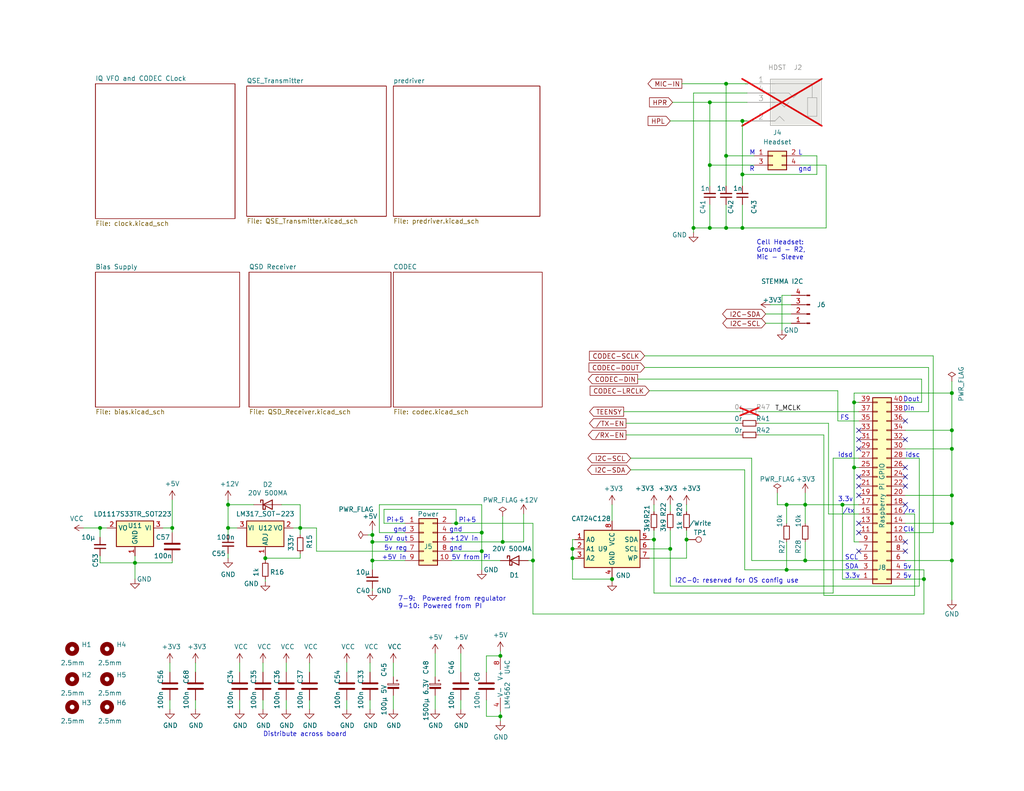
<source format=kicad_sch>
(kicad_sch (version 20230121) (generator eeschema)
  (paper "USLetter")
  (title_block (title "HF IQ Transceiver PiggyBack for Pi (not a hat)") (date "2024-01-21") (rev "2.0-1") (company "AE0GL: Mario P. Vano") (comment 1 "Sheet 1: Power Supplies, Headset and GPIO") (comment 2 "Preliminary Version 2"))
  (junction (at 131.445 150.495))
  (junction (at 36.83 153.67))
  (junction (at 219.71 153.035))
  (junction (at 81.915 144.145))
  (junction (at 233.045 127.635))
  (junction (at 202.565 62.23))
  (junction (at 193.675 27.94))
  (junction (at 198.12 62.23))
  (junction (at 259.715 122.555))
  (junction (at 252.095 158.115))
  (junction (at 145.415 153.035))
  (junction (at 156.21 149.86))
  (junction (at 202.565 47.625))
  (junction (at 101.6 146.05))
  (junction (at 156.21 152.4))
  (junction (at 198.12 42.545))
  (junction (at 202.565 33.02))
  (junction (at 189.23 62.23))
  (junction (at 187.325 147.32))
  (junction (at 131.445 145.415))
  (junction (at 182.88 149.86))
  (junction (at 219.71 137.795))
  (junction (at 193.675 62.23))
  (junction (at 137.16 147.955))
  (junction (at 167.005 158.115))
  (junction (at 62.23 137.795))
  (junction (at 27.305 144.145))
  (junction (at 198.12 22.86))
  (junction (at 229.87 137.795))
  (junction (at 233.045 109.855))
  (junction (at 101.6 147.955))
  (junction (at 259.715 135.255))
  (junction (at 193.675 45.085))
  (junction (at 136.525 195.58))
  (junction (at 136.525 179.07))
  (junction (at 124.46 142.875))
  (junction (at 62.23 144.145))
  (junction (at 214.63 137.795))
  (junction (at 259.715 117.475))
  (junction (at 259.715 107.315))
  (junction (at 101.6 153.035))
  (junction (at 46.99 144.145))
  (junction (at 178.435 147.32))
  (junction (at 259.715 153.035))
  (junction (at 214.63 155.575))
  (junction (at 72.39 152.4))
  (junction (at 259.715 142.875))
  (no_connect (at 234.315 120.015))
  (no_connect (at 234.315 142.875))
  (no_connect (at 234.315 145.415))
  (no_connect (at 247.015 150.495))
  (no_connect (at 234.315 122.555))
  (no_connect (at 247.015 127.635))
  (no_connect (at 247.015 147.955))
  (no_connect (at 234.315 132.715))
  (no_connect (at 247.015 130.175))
  (no_connect (at 247.015 120.015))
  (no_connect (at 234.315 130.175))
  (no_connect (at 247.015 137.795))
  (no_connect (at 234.315 150.495))
  (no_connect (at 247.015 114.935))
  (no_connect (at 234.315 135.255))
  (no_connect (at 247.015 132.715))
  (no_connect (at 234.315 117.475))
  (wire (pts (xy 205.105 153.035) (xy 219.71 153.035)))
  (wire (pts (xy 202.565 55.88) (xy 202.565 62.23)))
  (wire (pts (xy 65.405 180.975) (xy 65.405 183.515)))
  (wire (pts (xy 110.49 145.415) (xy 103.505 145.415)))
  (wire (pts (xy 219.71 153.035) (xy 234.315 153.035)))
  (wire (pts (xy 101.6 144.78) (xy 101.6 146.05)))
  (wire (pts (xy 259.715 117.475) (xy 259.715 122.555)))
  (wire (pts (xy 222.885 47.625) (xy 202.565 47.625)))
  (wire (pts (xy 175.895 97.155) (xy 254.635 97.155)))
  (wire (pts (xy 65.405 191.135) (xy 65.405 193.675)))
  (wire (pts (xy 214.63 155.575) (xy 234.315 155.575)))
  (wire (pts (xy 104.775 139.065) (xy 124.46 139.065)))
  (wire (pts (xy 193.675 62.23) (xy 198.12 62.23)))
  (wire (pts (xy 177.165 147.32) (xy 178.435 147.32)))
  (wire (pts (xy 228.6 114.935) (xy 234.315 114.935)))
  (wire (pts (xy 173.99 103.505) (xy 251.46 103.505)))
  (wire (pts (xy 252.095 158.115) (xy 252.095 167.64)))
  (wire (pts (xy 228.6 106.68) (xy 228.6 114.935)))
  (wire (pts (xy 72.39 153.035) (xy 72.39 152.4)))
  (wire (pts (xy 86.36 144.145) (xy 86.36 150.495)))
  (wire (pts (xy 247.015 125.095) (xy 250.825 125.095)))
  (wire (pts (xy 136.525 195.58) (xy 136.525 194.31)))
  (wire (pts (xy 132.715 179.07) (xy 136.525 179.07)))
  (wire (pts (xy 224.79 118.745) (xy 207.01 118.745)))
  (wire (pts (xy 156.21 152.4) (xy 156.845 152.4)))
  (wire (pts (xy 229.87 158.115) (xy 229.87 137.795)))
  (wire (pts (xy 100.965 180.975) (xy 100.965 183.515)))
  (wire (pts (xy 189.23 62.23) (xy 193.675 62.23)))
  (wire (pts (xy 137.16 147.955) (xy 142.875 147.955)))
  (wire (pts (xy 229.87 158.115) (xy 234.315 158.115)))
  (wire (pts (xy 198.12 22.86) (xy 203.835 22.86)))
  (wire (pts (xy 227.33 125.095) (xy 227.33 161.925)))
  (wire (pts (xy 101.6 147.955) (xy 101.6 146.05)))
  (wire (pts (xy 210.185 83.185) (xy 215.9 83.185)))
  (wire (pts (xy 62.23 152.4) (xy 62.23 151.13)))
  (wire (pts (xy 172.085 125.095) (xy 205.105 125.095)))
  (wire (pts (xy 219.71 147.955) (xy 219.71 153.035)))
  (wire (pts (xy 225.425 62.23) (xy 225.425 45.085)))
  (wire (pts (xy 62.23 136.525) (xy 62.23 137.795)))
  (wire (pts (xy 177.165 149.86) (xy 182.88 149.86)))
  (wire (pts (xy 233.045 127.635) (xy 233.045 109.855)))
  (wire (pts (xy 78.105 191.135) (xy 78.105 193.675)))
  (wire (pts (xy 182.88 160.02) (xy 182.88 149.86)))
  (wire (pts (xy 27.305 144.145) (xy 27.305 146.685)))
  (wire (pts (xy 69.215 137.795) (xy 62.23 137.795)))
  (wire (pts (xy 222.885 42.545) (xy 218.44 42.545)))
  (wire (pts (xy 177.165 106.68) (xy 228.6 106.68)))
  (wire (pts (xy 250.825 125.095) (xy 250.825 160.02)))
  (wire (pts (xy 80.01 144.145) (xy 81.915 144.145)))
  (wire (pts (xy 124.46 142.875) (xy 145.415 142.875)))
  (wire (pts (xy 182.88 149.86) (xy 182.88 144.78)))
  (wire (pts (xy 214.63 147.955) (xy 214.63 155.575)))
  (wire (pts (xy 118.745 178.435) (xy 118.745 184.785)))
  (wire (pts (xy 259.715 153.035) (xy 259.715 163.83)))
  (wire (pts (xy 107.315 180.975) (xy 107.315 184.785)))
  (wire (pts (xy 202.565 33.02) (xy 202.565 47.625)))
  (wire (pts (xy 229.87 137.795) (xy 234.315 137.795)))
  (wire (pts (xy 208.915 85.725) (xy 215.9 85.725)))
  (wire (pts (xy 205.105 125.095) (xy 205.105 153.035)))
  (wire (pts (xy 218.44 45.085) (xy 225.425 45.085)))
  (wire (pts (xy 76.835 137.795) (xy 81.915 137.795)))
  (wire (pts (xy 124.46 142.875) (xy 123.19 142.875)))
  (wire (pts (xy 187.325 144.78) (xy 187.325 147.32)))
  (wire (pts (xy 84.455 191.135) (xy 84.455 193.675)))
  (wire (pts (xy 234.315 147.955) (xy 233.045 147.955)))
  (wire (pts (xy 124.46 139.065) (xy 124.46 142.875)))
  (wire (pts (xy 259.715 107.315) (xy 259.715 117.475)))
  (wire (pts (xy 251.46 109.855) (xy 247.015 109.855)))
  (wire (pts (xy 81.915 151.13) (xy 81.915 152.4)))
  (wire (pts (xy 215.9 80.645) (xy 213.36 80.645)))
  (wire (pts (xy 247.015 122.555) (xy 259.715 122.555)))
  (wire (pts (xy 131.445 145.415) (xy 131.445 150.495)))
  (wire (pts (xy 22.86 144.145) (xy 27.305 144.145)))
  (wire (pts (xy 72.39 152.4) (xy 72.39 151.765)))
  (wire (pts (xy 193.675 45.085) (xy 193.675 50.8)))
  (wire (pts (xy 249.555 140.335) (xy 247.015 140.335)))
  (wire (pts (xy 187.325 152.4) (xy 187.325 147.32)))
  (wire (pts (xy 142.875 147.955) (xy 142.875 140.335)))
  (wire (pts (xy 227.33 161.925) (xy 178.435 161.925)))
  (wire (pts (xy 170.815 118.745) (xy 201.93 118.745)))
  (wire (pts (xy 132.715 191.135) (xy 132.715 195.58)))
  (wire (pts (xy 132.715 183.515) (xy 132.715 179.07)))
  (wire (pts (xy 252.095 158.115) (xy 247.015 158.115)))
  (wire (pts (xy 193.675 55.88) (xy 193.675 62.23)))
  (wire (pts (xy 145.415 142.875) (xy 145.415 153.035)))
  (wire (pts (xy 46.99 153.035) (xy 46.99 153.67)))
  (wire (pts (xy 167.005 158.115) (xy 167.005 158.75)))
  (wire (pts (xy 224.79 118.745) (xy 224.79 162.56)))
  (wire (pts (xy 250.825 160.02) (xy 182.88 160.02)))
  (wire (pts (xy 86.36 150.495) (xy 110.49 150.495)))
  (wire (pts (xy 107.315 189.865) (xy 107.315 193.675)))
  (wire (pts (xy 53.34 191.135) (xy 53.34 193.675)))
  (wire (pts (xy 202.565 62.23) (xy 225.425 62.23)))
  (wire (pts (xy 103.505 145.415) (xy 103.505 137.795)))
  (wire (pts (xy 259.715 135.255) (xy 259.715 142.875)))
  (wire (pts (xy 187.325 137.795) (xy 187.325 139.7)))
  (wire (pts (xy 247.015 117.475) (xy 259.715 117.475)))
  (wire (pts (xy 202.565 47.625) (xy 202.565 50.8)))
  (wire (pts (xy 247.015 155.575) (xy 252.095 155.575)))
  (wire (pts (xy 189.23 62.23) (xy 189.23 63.5)))
  (wire (pts (xy 137.16 147.955) (xy 137.16 140.97)))
  (wire (pts (xy 259.715 153.035) (xy 247.015 153.035)))
  (wire (pts (xy 198.12 55.88) (xy 198.12 62.23)))
  (wire (pts (xy 208.915 88.265) (xy 215.9 88.265)))
  (wire (pts (xy 156.21 152.4) (xy 156.21 158.115)))
  (wire (pts (xy 213.36 80.645) (xy 213.36 90.17)))
  (wire (pts (xy 131.445 150.495) (xy 131.445 155.575)))
  (wire (pts (xy 170.815 115.57) (xy 201.93 115.57)))
  (wire (pts (xy 233.045 109.855) (xy 233.045 107.315)))
  (wire (pts (xy 224.79 162.56) (xy 249.555 162.56)))
  (wire (pts (xy 247.015 142.875) (xy 259.715 142.875)))
  (wire (pts (xy 46.355 191.135) (xy 46.355 193.675)))
  (wire (pts (xy 156.845 147.32) (xy 156.21 147.32)))
  (wire (pts (xy 193.675 27.94) (xy 203.835 27.94)))
  (wire (pts (xy 156.21 158.115) (xy 167.005 158.115)))
  (wire (pts (xy 247.015 112.395) (xy 253.365 112.395)))
  (wire (pts (xy 100.965 191.135) (xy 100.965 193.675)))
  (wire (pts (xy 183.515 27.94) (xy 193.675 27.94)))
  (wire (pts (xy 214.63 137.795) (xy 212.09 137.795)))
  (wire (pts (xy 136.525 177.8) (xy 136.525 179.07)))
  (wire (pts (xy 103.505 137.795) (xy 131.445 137.795)))
  (wire (pts (xy 202.565 33.02) (xy 203.835 33.02)))
  (wire (pts (xy 71.755 180.975) (xy 71.755 183.515)))
  (wire (pts (xy 252.095 167.64) (xy 145.415 167.64)))
  (wire (pts (xy 219.71 134.62) (xy 219.71 137.795)))
  (wire (pts (xy 182.88 139.7) (xy 182.88 137.795)))
  (wire (pts (xy 247.015 145.415) (xy 254.635 145.415)))
  (wire (pts (xy 64.77 144.145) (xy 62.23 144.145)))
  (wire (pts (xy 62.23 146.05) (xy 62.23 144.145)))
  (wire (pts (xy 125.73 191.135) (xy 125.73 193.675)))
  (wire (pts (xy 214.63 137.795) (xy 219.71 137.795)))
  (wire (pts (xy 137.16 147.955) (xy 123.19 147.955)))
  (wire (pts (xy 101.6 147.955) (xy 110.49 147.955)))
  (wire (pts (xy 233.045 107.315) (xy 259.715 107.315)))
  (wire (pts (xy 94.615 191.135) (xy 94.615 193.675)))
  (wire (pts (xy 198.12 42.545) (xy 205.74 42.545)))
  (wire (pts (xy 234.315 127.635) (xy 233.045 127.635)))
  (wire (pts (xy 27.305 151.765) (xy 27.305 153.67)))
  (wire (pts (xy 234.315 125.095) (xy 227.33 125.095)))
  (wire (pts (xy 46.99 145.415) (xy 46.99 144.145)))
  (wire (pts (xy 182.88 33.02) (xy 202.565 33.02)))
  (wire (pts (xy 46.99 153.67) (xy 36.83 153.67)))
  (wire (pts (xy 62.23 137.795) (xy 62.23 144.145)))
  (wire (pts (xy 46.99 144.145) (xy 46.99 136.525)))
  (wire (pts (xy 193.675 27.94) (xy 193.675 45.085)))
  (wire (pts (xy 53.34 180.975) (xy 53.34 183.515)))
  (wire (pts (xy 249.555 162.56) (xy 249.555 140.335)))
  (wire (pts (xy 123.19 145.415) (xy 131.445 145.415)))
  (wire (pts (xy 170.18 112.395) (xy 201.93 112.395)))
  (wire (pts (xy 145.415 167.64) (xy 145.415 153.035)))
  (wire (pts (xy 233.045 147.955) (xy 233.045 127.635)))
  (wire (pts (xy 251.46 103.505) (xy 251.46 109.855)))
  (wire (pts (xy 84.455 180.975) (xy 84.455 183.515)))
  (wire (pts (xy 94.615 180.975) (xy 94.615 183.515)))
  (wire (pts (xy 259.715 142.875) (xy 259.715 153.035)))
  (wire (pts (xy 186.055 22.86) (xy 198.12 22.86)))
  (wire (pts (xy 203.2 128.27) (xy 203.2 155.575)))
  (wire (pts (xy 207.01 115.57) (xy 226.06 115.57)))
  (wire (pts (xy 110.49 142.875) (xy 104.775 142.875)))
  (wire (pts (xy 222.885 42.545) (xy 222.885 47.625)))
  (wire (pts (xy 156.21 147.32) (xy 156.21 149.86)))
  (wire (pts (xy 156.21 149.86) (xy 156.21 152.4)))
  (wire (pts (xy 131.445 137.795) (xy 131.445 145.415)))
  (wire (pts (xy 72.39 158.75) (xy 72.39 158.115)))
  (wire (pts (xy 198.12 22.86) (xy 198.12 42.545)))
  (wire (pts (xy 207.01 112.395) (xy 234.315 112.395)))
  (wire (pts (xy 27.305 144.145) (xy 29.21 144.145)))
  (wire (pts (xy 226.06 115.57) (xy 226.06 140.335)))
  (wire (pts (xy 175.895 100.33) (xy 253.365 100.33)))
  (wire (pts (xy 71.755 191.135) (xy 71.755 193.675)))
  (wire (pts (xy 172.085 128.27) (xy 203.2 128.27)))
  (wire (pts (xy 167.005 142.24) (xy 167.005 137.795)))
  (wire (pts (xy 189.23 25.4) (xy 189.23 62.23)))
  (wire (pts (xy 36.83 158.115) (xy 36.83 153.67)))
  (wire (pts (xy 203.2 155.575) (xy 214.63 155.575)))
  (wire (pts (xy 81.915 137.795) (xy 81.915 144.145)))
  (wire (pts (xy 86.36 144.145) (xy 81.915 144.145)))
  (wire (pts (xy 118.745 189.865) (xy 118.745 193.675)))
  (wire (pts (xy 214.63 137.795) (xy 214.63 142.875)))
  (wire (pts (xy 101.6 146.05) (xy 100.33 146.05)))
  (wire (pts (xy 189.23 25.4) (xy 203.835 25.4)))
  (wire (pts (xy 44.45 144.145) (xy 46.99 144.145)))
  (wire (pts (xy 101.6 155.575) (xy 101.6 153.035)))
  (wire (pts (xy 259.715 122.555) (xy 259.715 135.255)))
  (wire (pts (xy 27.305 153.67) (xy 36.83 153.67)))
  (wire (pts (xy 104.775 142.875) (xy 104.775 139.065)))
  (wire (pts (xy 81.915 144.145) (xy 81.915 146.05)))
  (wire (pts (xy 101.6 153.035) (xy 101.6 147.955)))
  (wire (pts (xy 78.105 180.975) (xy 78.105 183.515)))
  (wire (pts (xy 247.015 135.255) (xy 259.715 135.255)))
  (wire (pts (xy 234.315 140.335) (xy 226.06 140.335)))
  (wire (pts (xy 254.635 97.155) (xy 254.635 145.415)))
  (wire (pts (xy 81.915 152.4) (xy 72.39 152.4)))
  (wire (pts (xy 156.845 149.86) (xy 156.21 149.86)))
  (wire (pts (xy 219.71 142.875) (xy 219.71 137.795)))
  (wire (pts (xy 212.09 134.62) (xy 212.09 137.795)))
  (wire (pts (xy 144.145 153.035) (xy 145.415 153.035)))
  (wire (pts (xy 136.525 195.58) (xy 136.525 196.85)))
  (wire (pts (xy 36.83 151.765) (xy 36.83 153.67)))
  (wire (pts (xy 202.565 62.23) (xy 198.12 62.23)))
  (wire (pts (xy 253.365 100.33) (xy 253.365 112.395)))
  (wire (pts (xy 125.73 178.435) (xy 125.73 183.515)))
  (wire (pts (xy 178.435 147.32) (xy 178.435 161.925)))
  (wire (pts (xy 178.435 139.7) (xy 178.435 137.795)))
  (wire (pts (xy 123.19 153.035) (xy 136.525 153.035)))
  (wire (pts (xy 193.675 45.085) (xy 205.74 45.085)))
  (wire (pts (xy 167.005 157.48) (xy 167.005 158.115)))
  (wire (pts (xy 178.435 147.32) (xy 178.435 144.78)))
  (wire (pts (xy 46.355 180.975) (xy 46.355 183.515)))
  (wire (pts (xy 132.715 195.58) (xy 136.525 195.58)))
  (wire (pts (xy 234.315 109.855) (xy 233.045 109.855)))
  (wire (pts (xy 101.6 153.035) (xy 110.49 153.035)))
  (wire (pts (xy 259.715 104.14) (xy 259.715 107.315)))
  (wire (pts (xy 252.095 155.575) (xy 252.095 158.115)))
  (wire (pts (xy 101.6 161.29) (xy 101.6 160.655)))
  (wire (pts (xy 198.12 42.545) (xy 198.12 50.8)))
  (wire (pts (xy 219.71 137.795) (xy 229.87 137.795)))
  (wire (pts (xy 177.165 152.4) (xy 187.325 152.4)))
  (wire (pts (xy 123.19 150.495) (xy 131.445 150.495)))
  (text "L" (at 217.805 42.545 0) (effects (font (size 1.27 1.27)) (justify left bottom)))
  (text "SCL" (at 230.505 153.035 0) (effects (font (size 1.27 1.27)) (justify left bottom)))
  (text "5V out" (at 104.775 147.955 0) (effects (font (size 1.27 1.27)) (justify left bottom)))
  (text "gnd" (at 122.555 145.415 0) (effects (font (size 1.27 1.27)) (justify left bottom)))
  (text "SDA" (at 230.505 155.575 0) (effects (font (size 1.27 1.27)) (justify left bottom)))
  (text "Dout" (at 246.38 109.855 0) (effects (font (size 1.27 1.27)) (justify left bottom)))
  (text "idsd" (at 228.6 125.095 0) (effects (font (size 1.27 1.27)) (justify left bottom)))
  (text "3.3v" (at 230.505 158.115 0) (effects (font (size 1.27 1.27)) (justify left bottom)))
  (text "gnd" (at 122.555 150.495 0) (effects (font (size 1.27 1.27)) (justify left bottom)))
  (text "Pi+5" (at 125.095 142.875 0) (effects (font (size 1.27 1.27)) (justify left bottom)))
  (text "I2C-0: reserved for OS config use" (at 184.15 159.385 0) (effects (font (size 1.27 1.27)) (justify left bottom)))
  (text "/tx" (at 229.87 140.335 0) (effects (font (size 1.27 1.27)) (justify left bottom)))
  (text "Cell Headset:\nGround - R2,\nMic - Sleeve\n" (at 206.375 71.12 0) (effects (font (size 1.27 1.27)) (justify left bottom)))
  (text "gnd" (at 217.805 46.99 0) (effects (font (size 1.27 1.27)) (justify left bottom)))
  (text "Pi+5" (at 105.41 142.875 0) (effects (font (size 1.27 1.27)) (justify left bottom)))
  (text "Distribute across board\n" (at 71.755 201.295 0) (effects (font (size 1.27 1.27)) (justify left bottom)))
  (text "5v" (at 246.38 155.575 0) (effects (font (size 1.27 1.27)) (justify left bottom)))
  (text "+5V in" (at 104.14 153.035 0) (effects (font (size 1.27 1.27)) (justify left bottom)))
  (text "idsc" (at 247.015 125.095 0) (effects (font (size 1.27 1.27)) (justify left bottom)))
  (text "FS" (at 229.235 114.935 0) (effects (font (size 1.27 1.27)) (justify left bottom)))
  (text "Din" (at 246.38 112.395 0) (effects (font (size 1.27 1.27)) (justify left bottom)))
  (text "/rx" (at 246.38 140.335 0) (effects (font (size 1.27 1.27)) (justify left bottom)))
  (text "Clk" (at 246.38 145.415 0) (effects (font (size 1.27 1.27)) (justify left bottom)))
  (text "5v" (at 246.38 158.115 0) (effects (font (size 1.27 1.27)) (justify left bottom)))
  (text "3.3v" (at 228.6 137.16 0) (effects (font (size 1.27 1.27)) (justify left bottom)))
  (text "5v reg\n" (at 104.775 150.495 0) (effects (font (size 1.27 1.27)) (justify left bottom)))
  (text "7-9:  Powered from regulator\n9-10: Powered from PI\n" (at 108.585 166.37 0) (effects (font (size 1.27 1.27)) (justify left bottom)))
  (text "5V from Pi" (at 123.19 153.035 0) (effects (font (size 1.27 1.27)) (justify left bottom)))
  (text "+12V in" (at 122.555 147.955 0) (effects (font (size 1.27 1.27)) (justify left bottom)))
  (text "gnd" (at 107.315 145.415 0) (effects (font (size 1.27 1.27)) (justify left bottom)))
  (text "M" (at 204.47 42.545 0) (effects (font (size 1.27 1.27)) (justify left bottom)))
  (text "R" (at 204.47 46.99 0) (effects (font (size 1.27 1.27)) (justify left bottom)))
  (label "T_MCLK" (at 211.455 112.395 0))
  (global_label "CODEC-SCLK" (shape input) (at 175.895 97.155 180) (property "Intersheetrefs" "${INTERSHEET_REFS}" (effects hide)))
  (global_label "{slash}RX-EN" (shape output) (at 170.815 118.745 180) (property "Intersheetrefs" "${INTERSHEET_REFS}" (effects hide)))
  (global_label "HPL" (shape input) (at 182.88 33.02 180) (property "Intersheetrefs" "${INTERSHEET_REFS}" (effects hide)))
  (global_label "I2C-SCL" (shape bidirectional) (at 172.085 125.095 180) (property "Intersheetrefs" "${INTERSHEET_REFS}" (effects hide)))
  (global_label "I2C-SDA" (shape bidirectional) (at 172.085 128.27 180) (property "Intersheetrefs" "${INTERSHEET_REFS}" (effects hide)))
  (global_label "CODEC-DIN" (shape output) (at 173.99 103.505 180) (property "Intersheetrefs" "${INTERSHEET_REFS}" (effects hide)))
  (global_label "{slash}TX-EN" (shape output) (at 170.815 115.57 180) (property "Intersheetrefs" "${INTERSHEET_REFS}" (effects hide)))
  (global_label "I2C-SCL" (shape bidirectional) (at 208.915 88.265 180) (property "Intersheetrefs" "${INTERSHEET_REFS}" (effects hide)))
  (global_label "TEENSY" (shape output) (at 170.18 112.395 180) (property "Intersheetrefs" "${INTERSHEET_REFS}" (effects hide)))
  (global_label "CODEC-DOUT" (shape input) (at 175.895 100.33 180) (property "Intersheetrefs" "${INTERSHEET_REFS}" (effects hide)))
  (global_label "MIC-IN" (shape output) (at 186.055 22.86 180) (property "Intersheetrefs" "${INTERSHEET_REFS}" (effects hide)))
  (global_label "HPR" (shape input) (at 183.515 27.94 180) (property "Intersheetrefs" "${INTERSHEET_REFS}" (effects hide)))
  (global_label "CODEC-LRCLK" (shape input) (at 177.165 106.68 180) (property "Intersheetrefs" "${INTERSHEET_REFS}" (effects hide)))
  (global_label "I2C-SDA" (shape bidirectional) (at 208.915 85.725 180) (property "Intersheetrefs" "${INTERSHEET_REFS}" (effects hide)))
  (symbol (lib_id "Device:C") (at 132.715 187.325 0) (mirror y) (unit 1)
    (property "Reference" "C8" (at 130.175 184.785 90))
    (property "Value" "100n" (at 130.175 191.135 90))
    (property "Footprint" "Capacitor_SMD:C_0603_1608Metric" (effects hide))
    (property "DigiKey Part Number" "1276-1033-1-ND" (effects hide))
    (property "Manufacturer_Part_Number" "CL10B104JB8NNNC" (effects hide))
    (property "Description" "0.1 µF ±5% 50V Ceramic Capacitor X7R 0603 (1608 Metric)" (effects hide))
    (property "Manufacturer_Name" "Samsung Electro-Mechanics" (effects hide))
  )
  (symbol (lib_id "Connector_Generic:Conn_02x20_Odd_Even") (at 239.395 135.255 0) (mirror x) (unit 1) (in_bom no)
    (property "Reference" "J8" (at 239.395 154.94 0) (effects (justify left)))
    (property "Value" "Raspberry Pi GPIO" (at 240.665 126.365 90) (effects (justify left)))
    (property "Footprint" "Connector_PinSocket_2.54mm:PinSocket_2x20_P2.54mm_Vertical" (effects hide))
  )
  (symbol (lib_id "power:GND") (at 136.525 196.85 0) (unit 1)
    (property "Reference" "#PWR013" (effects hide))
    (property "Value" "GND" (at 136.652 201.2442 0))
  )
  (symbol (lib_id "Mechanical:MountingHole") (at 19.685 193.04 0) (unit 1) (in_bom no)
    (property "Reference" "H3" (at 22.225 191.8716 0) (effects (justify left)))
    (property "Value" "2.5mm" (at 16.51 196.85 0) (effects (justify left)))
    (property "Footprint" "MPV-2024:MountingHole_2.7mm_M2.5_KA" (effects hide))
  )
  (symbol (lib_id "Mechanical:MountingHole") (at 19.685 177.165 0) (unit 1) (in_bom no)
    (property "Reference" "H1" (at 22.225 175.9966 0) (effects (justify left)))
    (property "Value" "2.5mm" (at 16.51 180.975 0) (effects (justify left)))
    (property "Footprint" "MPV-2024:MountingHole_2.7mm_M2.5_KA" (effects hide))
  )
  (symbol (lib_id "Mechanical:MountingHole") (at 19.685 185.42 0) (unit 1) (in_bom no)
    (property "Reference" "H2" (at 22.225 184.2516 0) (effects (justify left)))
    (property "Value" "2.5mm" (at 16.51 189.23 0) (effects (justify left)))
    (property "Footprint" "MPV-2024:MountingHole_2.7mm_M2.5_KA" (effects hide))
  )
  (symbol (lib_id "Mechanical:MountingHole") (at 29.21 177.165 0) (unit 1) (in_bom no)
    (property "Reference" "H4" (at 31.75 175.9966 0) (effects (justify left)))
    (property "Value" "2.5mm" (at 26.67 180.975 0) (effects (justify left)))
    (property "Footprint" "MPV-2024:MountingHole_2.7mm_M2.5_KA" (effects hide))
  )
  (symbol (lib_id "power:PWR_FLAG") (at 259.715 104.14 0) (unit 1)
    (property "Reference" "#FLG0101" (effects hide))
    (property "Value" "PWR_FLAG" (at 262.255 104.8258 90))
  )
  (symbol (lib_id "Device:C") (at 100.965 187.325 0) (mirror y) (unit 1)
    (property "Reference" "C33" (at 98.425 184.785 90))
    (property "Value" "100n" (at 98.425 191.135 90))
    (property "Footprint" "Capacitor_SMD:C_0603_1608Metric" (effects hide))
    (property "DigiKey Part Number" "1276-1033-1-ND" (effects hide))
    (property "Manufacturer_Part_Number" "CL10B104JB8NNNC" (effects hide))
    (property "Description" "0.1 µF ±5% 50V Ceramic Capacitor X7R 0603 (1608 Metric)" (effects hide))
    (property "Manufacturer_Name" "Samsung Electro-Mechanics" (effects hide))
  )
  (symbol (lib_id "power:GND") (at 100.965 193.675 0) (unit 1)
    (property "Reference" "#PWR035" (effects hide))
    (property "Value" "GND" (at 101.092 198.0692 0))
  )
  (symbol (lib_id "power:PWR_FLAG") (at 212.09 134.62 0) (unit 1)
    (property "Reference" "#FLG0102" (effects hide))
    (property "Value" "PWR_FLAG" (at 212.09 130.81 0))
  )
  (symbol (lib_id "Device:C_Small") (at 193.675 53.34 0) (mirror x) (unit 1)
    (property "Reference" "C41" (at 191.77 56.515 90))
    (property "Value" "1n" (at 192.405 51.435 0))
    (property "Footprint" "Capacitor_SMD:C_0603_1608Metric" (effects hide))
    (property "DigiKey Part Number" "1276-1091-1-ND" (effects hide))
    (property "Manufacturer_Part_Number" "CL10C102JB8NNNC" (effects hide))
    (property "Description" "CAP CER 1000PF 50V C0G/NP0 0603" (effects hide))
    (property "Manufacturer_Name" "Samsung Electro-Mechanics" (effects hide))
  )
  (symbol (lib_id "Device:C_Small") (at 198.12 53.34 0) (mirror x) (unit 1)
    (property "Reference" "C42" (at 199.39 56.515 90))
    (property "Value" "1n" (at 196.85 51.435 0))
    (property "Footprint" "Capacitor_SMD:C_0603_1608Metric" (effects hide))
    (property "DigiKey Part Number" "1276-1091-1-ND" (effects hide))
    (property "Manufacturer_Part_Number" "CL10C102JB8NNNC" (effects hide))
    (property "Description" "CAP CER 1000PF 50V C0G/NP0 0603" (effects hide))
    (property "Manufacturer_Name" "Samsung Electro-Mechanics" (effects hide))
  )
  (symbol (lib_id "Device:C_Small") (at 202.565 53.34 0) (mirror x) (unit 1)
    (property "Reference" "C43" (at 205.74 56.515 90))
    (property "Value" "1n" (at 201.295 51.435 0))
    (property "Footprint" "Capacitor_SMD:C_0603_1608Metric" (effects hide))
    (property "DigiKey Part Number" "1276-1091-1-ND" (effects hide))
    (property "Manufacturer_Part_Number" "CL10C102JB8NNNC" (effects hide))
    (property "Description" "CAP CER 1000PF 50V C0G/NP0 0603" (effects hide))
    (property "Manufacturer_Name" "Samsung Electro-Mechanics" (effects hide))
  )
  (symbol (lib_id "power:GND") (at 189.23 63.5 0) (unit 1)
    (property "Reference" "#PWR032" (effects hide))
    (property "Value" "GND" (at 185.42 64.135 0))
  )
  (symbol (lib_id "power:PWR_FLAG") (at 100.33 146.05 90) (unit 1)
    (property "Reference" "#FLG0104" (effects hide))
    (property "Value" "PWR_FLAG" (at 97.155 139.065 90))
  )
  (symbol (lib_id "Device:C") (at 65.405 187.325 0) (mirror y) (unit 1)
    (property "Reference" "C34" (at 62.865 184.785 90))
    (property "Value" "100n" (at 62.865 191.135 90))
    (property "Footprint" "Capacitor_SMD:C_0603_1608Metric" (effects hide))
    (property "DigiKey Part Number" "1276-1033-1-ND" (effects hide))
    (property "Manufacturer_Part_Number" "CL10B104JB8NNNC" (effects hide))
    (property "Description" "0.1 µF ±5% 50V Ceramic Capacitor X7R 0603 (1608 Metric)" (effects hide))
    (property "Manufacturer_Name" "Samsung Electro-Mechanics" (effects hide))
  )
  (symbol (lib_id "power:GND") (at 65.405 193.675 0) (unit 1)
    (property "Reference" "#PWR037" (effects hide))
    (property "Value" "GND" (at 65.532 198.0692 0))
  )
  (symbol (lib_id "Device:C") (at 71.755 187.325 0) (mirror y) (unit 1)
    (property "Reference" "C35" (at 69.215 184.785 90))
    (property "Value" "100n" (at 69.215 191.135 90))
    (property "Footprint" "Capacitor_SMD:C_0603_1608Metric" (effects hide))
    (property "DigiKey Part Number" "1276-1033-1-ND" (effects hide))
    (property "Manufacturer_Part_Number" "CL10B104JB8NNNC" (effects hide))
    (property "Description" "0.1 µF ±5% 50V Ceramic Capacitor X7R 0603 (1608 Metric)" (effects hide))
    (property "Manufacturer_Name" "Samsung Electro-Mechanics" (effects hide))
  )
  (symbol (lib_id "power:GND") (at 71.755 193.675 0) (unit 1)
    (property "Reference" "#PWR039" (effects hide))
    (property "Value" "GND" (at 71.882 198.0692 0))
  )
  (symbol (lib_id "Device:C") (at 78.105 187.325 0) (mirror y) (unit 1)
    (property "Reference" "C36" (at 75.565 184.785 90))
    (property "Value" "100n" (at 75.565 191.135 90))
    (property "Footprint" "Capacitor_SMD:C_0603_1608Metric" (effects hide))
    (property "DigiKey Part Number" "1276-1033-1-ND" (effects hide))
    (property "Manufacturer_Part_Number" "CL10B104JB8NNNC" (effects hide))
    (property "Description" "0.1 µF ±5% 50V Ceramic Capacitor X7R 0603 (1608 Metric)" (effects hide))
    (property "Manufacturer_Name" "Samsung Electro-Mechanics" (effects hide))
  )
  (symbol (lib_id "power:GND") (at 78.105 193.675 0) (unit 1)
    (property "Reference" "#PWR041" (effects hide))
    (property "Value" "GND" (at 78.232 198.0692 0))
  )
  (symbol (lib_id "Device:C") (at 84.455 187.325 0) (mirror y) (unit 1)
    (property "Reference" "C37" (at 81.915 184.785 90))
    (property "Value" "100n" (at 81.915 191.135 90))
    (property "Footprint" "Capacitor_SMD:C_0603_1608Metric" (effects hide))
    (property "DigiKey Part Number" "1276-1033-1-ND" (effects hide))
    (property "Manufacturer_Part_Number" "CL10B104JB8NNNC" (effects hide))
    (property "Description" "0.1 µF ±5% 50V Ceramic Capacitor X7R 0603 (1608 Metric)" (effects hide))
    (property "Manufacturer_Name" "Samsung Electro-Mechanics" (effects hide))
  )
  (symbol (lib_id "power:GND") (at 84.455 193.675 0) (unit 1)
    (property "Reference" "#PWR043" (effects hide))
    (property "Value" "GND" (at 84.582 198.0692 0))
  )
  (symbol (lib_id "power:GND") (at 46.355 193.675 0) (unit 1)
    (property "Reference" "#PWR027" (effects hide))
    (property "Value" "GND" (at 46.482 198.0692 0))
  )
  (symbol (lib_id "Device:C") (at 46.355 187.325 0) (mirror y) (unit 1)
    (property "Reference" "C56" (at 43.815 184.785 90))
    (property "Value" "100n" (at 43.815 191.135 90))
    (property "Footprint" "Capacitor_SMD:C_0603_1608Metric" (effects hide))
    (property "DigiKey Part Number" "1276-1033-1-ND" (effects hide))
    (property "Manufacturer_Part_Number" "CL10B104JB8NNNC" (effects hide))
    (property "Description" "0.1 µF ±5% 50V Ceramic Capacitor X7R 0603 (1608 Metric)" (effects hide))
    (property "Manufacturer_Name" "Samsung Electro-Mechanics" (effects hide))
  )
  (symbol (lib_id "Regulator_Linear:LD1117S33TR_SOT223") (at 36.83 144.145 0) (mirror y) (unit 1)
    (property "Reference" "U11" (at 36.83 143.51 0))
    (property "Value" "LD1117S33TR_SOT223" (at 36.195 140.335 0))
    (property "Footprint" "Package_TO_SOT_SMD:SOT-223-3_TabPin2" (effects hide))
    (property "Datasheet" "http://www.st.com/st-web-ui/static/active/en/resource/technical/document/datasheet/CD00000544.pdf" (effects hide))
    (property "DigiKey Part Number" "497-1242-1-ND" (effects hide))
    (property "Description" "IC REG LINEAR 3.3V 800MA SOT223" (effects hide))
    (property "Manufacturer_Name" "STMicroelectronics" (effects hide))
    (property "Manufacturer_Part_Number" "LD1117S33TR" (effects hide))
  )
  (symbol (lib_id "power:GND") (at 259.715 163.83 0) (unit 1)
    (property "Reference" "#PWR031" (effects hide))
    (property "Value" "GND" (at 259.715 167.64 0))
  )
  (symbol (lib_id "Device:R_Small") (at 214.63 145.415 0) (mirror x) (unit 1)
    (property "Reference" "R27" (at 213.36 147.32 90) (effects (justify left)))
    (property "Value" "10k" (at 212.725 140.335 90) (effects (justify left)))
    (property "Footprint" "Resistor_SMD:R_0603_1608Metric" (effects hide))
    (property "DigiKey Part Number" "RMCF0603FT10K0CT-ND" (effects hide))
    (property "Description" "RES 10K OHM 1% 1/10W 0603" (effects hide))
    (property "Manufacturer_Part_Number" "RMCF0603FT10K0" (effects hide))
    (property "Manufacturer_Name" "Stackpole Electronics Inc" (effects hide))
  )
  (symbol (lib_id "Device:C") (at 125.73 187.325 0) (mirror y) (unit 1)
    (property "Reference" "C46" (at 123.19 182.245 90))
    (property "Value" "100n" (at 123.19 191.135 90))
    (property "Footprint" "Capacitor_SMD:C_0603_1608Metric" (effects hide))
    (property "DigiKey Part Number" "1276-1033-1-ND" (effects hide))
    (property "Manufacturer_Part_Number" "CL10B104JB8NNNC" (effects hide))
    (property "Description" "0.1 µF ±5% 50V Ceramic Capacitor X7R 0603 (1608 Metric)" (effects hide))
    (property "Manufacturer_Name" "Samsung Electro-Mechanics" (effects hide))
  )
  (symbol (lib_id "power:GND") (at 125.73 193.675 0) (unit 1)
    (property "Reference" "#PWR054" (effects hide))
    (property "Value" "GND" (at 125.857 198.0692 0))
  )
  (symbol (lib_id "power:+5V") (at 125.73 178.435 0) (unit 1)
    (property "Reference" "#PWR052" (effects hide))
    (property "Value" "+5V" (at 125.73 173.99 0))
  )
  (symbol (lib_name "+3.3V-power_3") (lib_id "radiohead-rescue:+3.3V-power") (at 46.355 180.975 0) (unit 1)
    (property "Reference" "#PWR024" (effects hide))
    (property "Value" "+3.3V" (at 46.736 176.5808 0))
  )
  (symbol (lib_id "Device:R_Small") (at 219.71 145.415 0) (mirror x) (unit 1)
    (property "Reference" "R28" (at 217.805 147.32 90) (effects (justify left)))
    (property "Value" "10k" (at 217.805 140.335 90) (effects (justify left)))
    (property "Footprint" "Resistor_SMD:R_0603_1608Metric" (effects hide))
    (property "DigiKey Part Number" "RMCF0603FT10K0CT-ND" (effects hide))
    (property "Description" "RES 10K OHM 1% 1/10W 0603" (effects hide))
    (property "Manufacturer_Part_Number" "RMCF0603FT10K0" (effects hide))
    (property "Manufacturer_Name" "Stackpole Electronics Inc" (effects hide))
  )
  (symbol (lib_id "Memory_EEPROM:CAT24C128") (at 167.005 149.86 0) (unit 1)
    (property "Reference" "U9" (at 164.465 149.86 0))
    (property "Value" "CAT24C128" (at 161.29 141.605 0))
    (property "Footprint" "Package_SO:SOIC-8_3.9x4.9mm_P1.27mm" (effects hide))
    (property "Datasheet" "https://www.onsemi.com/pub/Collateral/CAT24C128-D.PDF" (effects hide))
    (property "DigiKey Part Number" "BR24G128FJ-3GTE2CT-ND" (effects hide))
    (property "Description" "IC EEPROM 128KBIT I2C 8SOPJ" (effects hide))
    (property "Manufacturer_Name" "Rohm Semiconductor" (effects hide))
    (property "Manufacturer_Part_Number" "BR24G128FJ-3GTE2" (effects hide))
  )
  (symbol (lib_id "Device:C_Small") (at 101.6 158.115 0) (mirror x) (unit 1)
    (property "Reference" "C40" (at 99.06 161.29 0))
    (property "Value" "10µ" (at 99.06 156.21 0))
    (property "Footprint" "Capacitor_SMD:C_0603_1608Metric" (effects hide))
    (property "DigiKey Part Number" "1276-1038-1-ND" (effects hide))
    (property "Manufacturer_Part_Number" "CL10A106KQ8NNNC" (effects hide))
    (property "Description" "10 µF ±10% 6.3V Ceramic Capacitor X5R 0603 (1608 Metric)" (effects hide))
    (property "Manufacturer_Name" "Samsung Electro-Mechanics" (effects hide))
  )
  (symbol (lib_id "power:GND") (at 167.005 158.75 0) (unit 1)
    (property "Reference" "#PWR044" (effects hide))
    (property "Value" "GND" (at 170.053 157.099 0))
  )
  (symbol (lib_id "radiohead-rescue:CP_Small-Device") (at 107.315 187.325 0) (mirror y) (unit 1)
    (property "Reference" "C45" (at 104.775 182.88 90))
    (property "Value" "100µ 5V" (at 104.775 191.135 90))
    (property "Footprint" "Capacitor_SMD:C_Elec_6.3x5.4" (effects hide))
    (property "DigiKey Part Number" "PCE4377CT-ND" (effects hide))
    (property "Description" "CAP ALUM 100UF 20% 6.3V SMD" (effects hide))
    (property "Manufacturer_Part_Number" "EEE-FK0J101AP" (effects hide))
    (property "Manufacturer_Name" "Panasonic Electronic Components" (effects hide))
  )
  (symbol (lib_id "power:GND") (at 118.745 193.675 0) (unit 1)
    (property "Reference" "#PWR053" (effects hide))
    (property "Value" "GND" (at 118.872 198.0692 0))
  )
  (symbol (lib_id "power:+5V") (at 118.745 178.435 0) (unit 1)
    (property "Reference" "#PWR051" (effects hide))
    (property "Value" "+5V" (at 118.745 173.99 0))
  )
  (symbol (lib_id "Device:R_Small") (at 187.325 142.24 0) (mirror x) (unit 1)
    (property "Reference" "R20" (at 185.42 137.16 90) (effects (justify left)))
    (property "Value" "1k" (at 185.42 142.24 90) (effects (justify left)))
    (property "Footprint" "Resistor_SMD:R_0603_1608Metric" (effects hide))
    (property "DigiKey Part Number" "RMCF0603FT1K00CT-ND" (effects hide))
    (property "Description" "RES 1K OHM 1% 1/10W 0603" (effects hide))
    (property "Manufacturer_Part_Number" "RMCF0603FT1K00" (effects hide))
    (property "Manufacturer_Name" "Stackpole Electronics Inc" (effects hide))
  )
  (symbol (lib_id "power:+5V") (at 136.525 177.8 0) (unit 1)
    (property "Reference" "#PWR04" (effects hide))
    (property "Value" "+5V" (at 136.525 173.355 0))
  )
  (symbol (lib_name "CP_Small-Device_1") (lib_id "radiohead-rescue:CP_Small-Device") (at 118.745 187.325 0) (mirror y) (unit 1)
    (property "Reference" "C48" (at 116.205 182.245 90))
    (property "Value" "1500µ 6.3V" (at 116.205 191.135 90))
    (property "Footprint" "Capacitor_SMD:C_Elec_10x10.2" (effects hide))
    (property "DigiKey Part Number" "PCE4719CT-ND" (effects hide))
    (property "Description" "CAP ALUM 1500UF 20% 6.3V SMD" (effects hide))
    (property "Manufacturer_Part_Number" "EEE-HAJ152UAP" (effects hide))
    (property "Manufacturer_Name" "Panasonic Electronic Components" (effects hide))
  )
  (symbol (lib_id "power:GND") (at 107.315 193.675 0) (unit 1)
    (property "Reference" "#PWR058" (effects hide))
    (property "Value" "GND" (at 107.442 198.0692 0))
  )
  (symbol (lib_id "Device:R_Small") (at 178.435 142.24 0) (mirror x) (unit 1)
    (property "Reference" "R21" (at 176.53 137.795 90) (effects (justify left)))
    (property "Value" "3k9" (at 176.53 141.605 90) (effects (justify left)))
    (property "Footprint" "Resistor_SMD:R_0603_1608Metric" (effects hide))
    (property "DigiKey Part Number" "RMCF0603FT3K90CT-ND" (effects hide))
    (property "Description" "RES 3.9K OHM 1% 1/10W 0603" (effects hide))
    (property "Manufacturer_Part_Number" "RMCF0603FT3K90" (effects hide))
    (property "Manufacturer_Name" "Stackpole Electronics Inc" (effects hide))
  )
  (symbol (lib_id "Device:R_Small") (at 182.88 142.24 0) (mirror x) (unit 1)
    (property "Reference" "R22" (at 180.975 137.16 90) (effects (justify left)))
    (property "Value" "3k9" (at 180.975 141.605 90) (effects (justify left)))
    (property "Footprint" "Resistor_SMD:R_0603_1608Metric" (effects hide))
    (property "DigiKey Part Number" "RMCF0603FT3K90CT-ND" (effects hide))
    (property "Description" "RES 3.9K OHM 1% 1/10W 0603" (effects hide))
    (property "Manufacturer_Part_Number" "RMCF0603FT3K90" (effects hide))
    (property "Manufacturer_Name" "Stackpole Electronics Inc" (effects hide))
  )
  (symbol (lib_id "Diode:MBR0520LT") (at 73.025 137.795 0) (unit 1)
    (property "Reference" "D2" (at 73.025 132.2832 0))
    (property "Value" "20V 500MA" (at 73.025 134.5946 0))
    (property "Footprint" "Diode_SMD:D_SOD-123" (effects hide))
    (property "Datasheet" "http://www.onsemi.com/pub_link/Collateral/MBR0520LT1-D.PDF" (effects hide))
    (property "DigiKey Part Number" "641-1326-1-ND" (effects hide))
    (property "Description" "DIODE SCHOTTKY 20V 500MA SOD123" (effects hide))
    (property "Manufacturer_Part_Number" "CDBW0520L-G" (effects hide))
    (property "Manufacturer_Name" "Comchip Technology" (effects hide))
  )
  (symbol (lib_id "Device:C") (at 46.99 149.225 0) (mirror y) (unit 1)
    (property "Reference" "C57" (at 44.45 146.685 0))
    (property "Value" "100n" (at 44.45 151.765 0))
    (property "Footprint" "Capacitor_SMD:C_0603_1608Metric" (effects hide))
    (property "DigiKey Part Number" "1276-1033-1-ND" (effects hide))
    (property "Manufacturer_Part_Number" "CL10B104JB8NNNC" (effects hide))
    (property "Description" "0.1 µF ±5% 50V Ceramic Capacitor X7R 0603 (1608 Metric)" (effects hide))
    (property "Manufacturer_Name" "Samsung Electro-Mechanics" (effects hide))
  )
  (symbol (lib_id "Amplifier_Operational:LM4562") (at 139.065 186.69 0) (unit 3)
    (property "Reference" "U4" (at 138.43 184.15 90) (effects (justify left)))
    (property "Value" "LM4562" (at 138.43 193.675 90) (effects (justify left)))
    (property "Footprint" "Package_SO:SOIC-8_3.9x4.9mm_P1.27mm" (effects hide))
    (property "Datasheet" "http://www.ti.com/lit/ds/symlink/lm4562.pdf" (effects hide))
    (property "DigiKey Part Number" "296-44416-5-ND" (effects hide))
    (property "Description" "IC AUDIO 2 CIRCUIT 8SOIC" (effects hide))
    (property "Manufacturer_Name" "Texas Instruments" (effects hide))
    (property "Manufacturer_Part_Number" "LM4562MA/NOPB" (effects hide))
  )
  (symbol (lib_id "Connector_Generic:Conn_02x05_Odd_Even") (at 115.57 147.955 0) (unit 1) (in_bom no)
    (property "Reference" "J5" (at 116.84 149.225 0))
    (property "Value" "Power" (at 116.84 140.335 0))
    (property "Footprint" "Connector_PinHeader_2.54mm:PinHeader_2x05_P2.54mm_Vertical" (effects hide))
  )
  (symbol (lib_id "power:GND") (at 131.445 155.575 0) (unit 1)
    (property "Reference" "#PWR026" (effects hide))
    (property "Value" "GND" (at 133.985 155.575 0))
  )
  (symbol (lib_id "Regulator_Linear:LM317_SOT-223") (at 72.39 144.145 0) (unit 1)
    (property "Reference" "U12" (at 72.39 144.145 0))
    (property "Value" "LM317_SOT-223" (at 72.39 140.3096 0))
    (property "Footprint" "Package_TO_SOT_SMD:SOT-223-3_TabPin2" (effects hide))
    (property "Datasheet" "http://www.ti.com/lit/ds/symlink/lm317.pdf" (effects hide))
    (property "DigiKey Part Number" "LM317MDCYR" (effects hide))
    (property "Description" "IC REG LIN POS ADJ 500MA SOT223" (effects hide))
    (property "Manufacturer_Part_Number" "296-12631-1-ND" (effects hide))
    (property "Manufacturer_Name" "Texas Instruments" (effects hide))
  )
  (symbol (lib_id "Device:R_Small") (at 72.39 155.575 0) (unit 1)
    (property "Reference" "R16" (at 73.66 156.21 0) (effects (justify left)))
    (property "Value" "1k" (at 69.85 157.48 90) (effects (justify left)))
    (property "Footprint" "Resistor_SMD:R_0603_1608Metric" (effects hide))
    (property "DigiKey Part Number" "RMCF0603FT1K00CT-ND" (effects hide))
    (property "Description" "RES 1K OHM 1% 1/10W 0603" (effects hide))
    (property "Manufacturer_Part_Number" "RMCF0603FT1K00" (effects hide))
    (property "Manufacturer_Name" "Stackpole Electronics Inc" (effects hide))
  )
  (symbol (lib_id "Device:R_Small") (at 81.915 148.59 0) (unit 1)
    (property "Reference" "R15" (at 84.455 149.86 90) (effects (justify left)))
    (property "Value" "333r" (at 79.375 150.495 90) (effects (justify left)))
    (property "Footprint" "Resistor_SMD:R_0603_1608Metric" (effects hide))
    (property "DigiKey Part Number" "RMCF0603FT332RCT-ND" (effects hide))
    (property "Description" "RES 332 OHM 1% 1/10W 0603" (effects hide))
    (property "Manufacturer_Part_Number" "RMCF0603FT332R" (effects hide))
    (property "Manufacturer_Name" "Stackpole Electronics Inc" (effects hide))
  )
  (symbol (lib_id "power:GND") (at 72.39 158.75 0) (unit 1)
    (property "Reference" "#PWR034" (effects hide))
    (property "Value" "GND" (at 68.58 159.385 0))
  )
  (symbol (lib_id "power:GND") (at 36.83 158.115 0) (unit 1)
    (property "Reference" "#PWR030" (effects hide))
    (property "Value" "GND" (at 39.37 158.115 0))
  )
  (symbol (lib_id "Device:C_Small") (at 27.305 149.225 180) (unit 1)
    (property "Reference" "C53" (at 26.035 153.035 90))
    (property "Value" "10µ" (at 24.13 146.685 0))
    (property "Footprint" "Capacitor_SMD:C_0603_1608Metric" (effects hide))
    (property "DigiKey Part Number" "1276-1038-1-ND" (effects hide))
    (property "Manufacturer_Part_Number" "CL10A106KQ8NNNC" (effects hide))
    (property "Description" "10 µF ±10% 6.3V Ceramic Capacitor X5R 0603 (1608 Metric)" (effects hide))
    (property "Manufacturer_Name" "Samsung Electro-Mechanics" (effects hide))
  )
  (symbol (lib_id "power:PWR_FLAG") (at 137.16 140.97 0) (mirror y) (unit 1)
    (property "Reference" "#FLG0105" (effects hide))
    (property "Value" "PWR_FLAG" (at 136.525 136.525 0))
  )
  (symbol (lib_id "power:+12V") (at 62.23 136.525 0) (unit 1)
    (property "Reference" "#PWR0107" (effects hide))
    (property "Value" "+12V" (at 62.611 132.1308 0))
  )
  (symbol (lib_id "power:GND") (at 101.6 161.29 0) (unit 1)
    (property "Reference" "#PWR0106" (effects hide))
    (property "Value" "GND" (at 104.775 161.29 0))
  )
  (symbol (lib_id "power:+5V") (at 101.6 144.78 0) (unit 1)
    (property "Reference" "#PWR0108" (effects hide))
    (property "Value" "+5V" (at 100.965 140.97 0))
  )
  (symbol (lib_id "power:+5V") (at 46.99 136.525 0) (unit 1)
    (property "Reference" "#PWR0115" (effects hide))
    (property "Value" "+5V" (at 46.99 132.08 0))
  )
  (symbol (lib_id "power:+12V") (at 142.875 140.335 0) (mirror y) (unit 1)
    (property "Reference" "#PWR0116" (effects hide))
    (property "Value" "+12V" (at 144.145 136.525 0))
  )
  (symbol (lib_id "power:GND") (at 94.615 193.675 0) (unit 1)
    (property "Reference" "#PWR049" (effects hide))
    (property "Value" "GND" (at 94.742 198.0692 0))
  )
  (symbol (lib_id "Device:C") (at 94.615 187.325 0) (mirror y) (unit 1)
    (property "Reference" "C54" (at 92.075 184.785 90))
    (property "Value" "100n" (at 92.075 191.135 90))
    (property "Footprint" "Capacitor_SMD:C_0603_1608Metric" (effects hide))
    (property "DigiKey Part Number" "1276-1033-1-ND" (effects hide))
    (property "Manufacturer_Part_Number" "CL10B104JB8NNNC" (effects hide))
    (property "Description" "0.1 µF ±5% 50V Ceramic Capacitor X7R 0603 (1608 Metric)" (effects hide))
    (property "Manufacturer_Name" "Samsung Electro-Mechanics" (effects hide))
  )
  (symbol (lib_id "power:VCC") (at 94.615 180.975 0) (unit 1)
    (property "Reference" "#PWR025" (effects hide))
    (property "Value" "VCC" (at 94.996 176.5808 0))
  )
  (symbol (lib_id "power:VCC") (at 100.965 180.975 0) (unit 1)
    (property "Reference" "#PWR036" (effects hide))
    (property "Value" "VCC" (at 101.346 176.5808 0))
  )
  (symbol (lib_name "+3.3V-power_1") (lib_id "radiohead-rescue:+3.3V-power") (at 167.005 137.795 0) (unit 1)
    (property "Reference" "#PWR0111" (effects hide))
    (property "Value" "+3.3V" (at 167.386 133.4008 0))
  )
  (symbol (lib_name "+3.3V-power_4") (lib_id "radiohead-rescue:+3.3V-power") (at 178.435 137.795 0) (unit 1)
    (property "Reference" "#PWR0117" (effects hide))
    (property "Value" "+3.3V" (at 175.895 133.35 0))
  )
  (symbol (lib_name "+3.3V-power_5") (lib_id "radiohead-rescue:+3.3V-power") (at 182.88 137.795 0) (unit 1)
    (property "Reference" "#PWR0118" (effects hide))
    (property "Value" "+3.3V" (at 182.245 133.35 0))
  )
  (symbol (lib_name "+3.3V-power_2") (lib_id "radiohead-rescue:+3.3V-power") (at 187.325 137.795 0) (unit 1)
    (property "Reference" "#PWR0119" (effects hide))
    (property "Value" "+3.3V" (at 188.595 133.35 0))
  )
  (symbol (lib_id "radiohead-rescue:+3.3V-power") (at 219.71 134.62 0) (unit 1)
    (property "Reference" "#PWR0120" (effects hide))
    (property "Value" "+3.3V" (at 217.17 130.81 0) (effects (justify left)))
  )
  (symbol (lib_id "power:VCC") (at 65.405 180.975 0) (unit 1)
    (property "Reference" "#PWR0121" (effects hide))
    (property "Value" "VCC" (at 65.786 176.5808 0))
  )
  (symbol (lib_id "power:VCC") (at 71.755 180.975 0) (unit 1)
    (property "Reference" "#PWR0122" (effects hide))
    (property "Value" "VCC" (at 72.136 176.5808 0))
  )
  (symbol (lib_id "power:VCC") (at 78.105 180.975 0) (unit 1)
    (property "Reference" "#PWR0123" (effects hide))
    (property "Value" "VCC" (at 78.486 176.5808 0))
  )
  (symbol (lib_id "power:VCC") (at 84.455 180.975 0) (unit 1)
    (property "Reference" "#PWR0124" (effects hide))
    (property "Value" "VCC" (at 84.836 176.5808 0))
  )
  (symbol (lib_id "power:VCC") (at 107.315 180.975 0) (unit 1)
    (property "Reference" "#PWR0126" (effects hide))
    (property "Value" "VCC" (at 107.696 176.5808 0))
  )
  (symbol (lib_id "power:VCC") (at 22.86 144.145 90) (unit 1)
    (property "Reference" "#PWR0112" (effects hide))
    (property "Value" "VCC" (at 20.955 141.605 90))
  )
  (symbol (lib_id "Device:C_Small") (at 62.23 148.59 0) (mirror y) (unit 1)
    (property "Reference" "C55" (at 59.69 151.13 0))
    (property "Value" "100n" (at 61.595 146.685 0))
    (property "Footprint" "Capacitor_SMD:C_0603_1608Metric" (effects hide))
    (property "DigiKey Part Number" "1276-1033-1-ND" (effects hide))
    (property "Description" "0.1 µF ±5% 50V Ceramic Capacitor X7R 0603 (1608 Metric)" (effects hide))
    (property "Manufacturer_Name" "Samsung Electro-Mechanics" (effects hide))
    (property "Manufacturer_Part_Number" "CL10B104JB8NNNC" (effects hide))
  )
  (symbol (lib_id "power:GND") (at 62.23 152.4 0) (unit 1)
    (property "Reference" "#PWR03" (effects hide))
    (property "Value" "GND" (at 62.23 156.845 0))
  )
  (symbol (lib_id "Connector:TestPoint") (at 187.325 147.32 270) (unit 1) (in_bom no)
    (property "Reference" "TP1" (at 189.23 145.415 90) (effects (justify left)))
    (property "Value" "/Write" (at 187.96 142.875 90) (effects (justify left)))
    (property "Footprint" "TestPoint:TestPoint_THTPad_D1.0mm_Drill0.5mm" (effects hide))
  )
  (symbol (lib_id "Device:R_Small") (at 204.47 118.745 90) (mirror x) (unit 1)
    (property "Reference" "R42" (at 210.185 117.475 90) (effects (justify left)))
    (property "Value" "0r" (at 202.565 117.475 90) (effects (justify left)))
    (property "Footprint" "Resistor_SMD:R_0603_1608Metric" (effects hide))
    (property "DigiKey Part Number" "RMCF0603ZT0R00CT-ND" (effects hide))
    (property "Description" "RES 0 OHM JUMPER 1/10W 0603" (effects hide))
    (property "Manufacturer_Name" "Stackpole Electronics Inc" (effects hide))
    (property "Manufacturer_Part_Number" "RMCF0603ZT0R00" (effects hide))
  )
  (symbol (lib_id "radiohead-rescue:+3.3V-power") (at 210.185 83.185 90) (unit 1)
    (property "Reference" "#PWR018" (effects hide))
    (property "Value" "+3.3V" (at 213.36 81.915 90) (effects (justify left)))
  )
  (symbol (lib_id "power:GND") (at 213.36 90.17 0) (unit 1)
    (property "Reference" "#PWR063" (effects hide))
    (property "Value" "GND" (at 215.9 90.17 0))
  )
  (symbol (lib_id "Mechanical:MountingHole") (at 29.21 193.04 0) (unit 1) (in_bom no)
    (property "Reference" "H6" (at 31.75 191.8716 0) (effects (justify left)))
    (property "Value" "2.5mm" (at 26.67 196.85 0) (effects (justify left)))
    (property "Footprint" "MPV-2024:MountingHole_2.7mm_M2.5_KA" (effects hide))
  )
  (symbol (lib_id "Connector:Conn_01x04_Pin") (at 220.98 85.725 180) (unit 1)
    (property "Reference" "J6" (at 222.885 83.185 0) (effects (justify right)))
    (property "Value" "STEMMA I2C" (at 207.645 76.835 0) (effects (justify right)))
    (property "Footprint" "Connector_JST:JST_PH_B4B-PH-K_1x04_P2.00mm_Vertical" (effects hide))
    (property "Description" "CONN HEADER VERT 4POS 2MM" (effects hide))
    (property "DigiKey Part Number" "455-B4B-PH-K-ND" (effects hide))
    (property "Manufacturer_Name" "JST Sales America Inc." (effects hide))
    (property "Manufacturer_Part_Number" "B4B-PH-K" (effects hide))
  )
  (symbol (lib_id "Device:R_Small") (at 204.47 112.395 90) (mirror x) (unit 1) (in_bom no) (dnp yes)
    (property "Reference" "R47" (at 210.185 111.125 90) (effects (justify left)))
    (property "Value" "0r" (at 202.565 111.125 90) (effects (justify left)))
    (property "Footprint" "Resistor_SMD:R_0603_1608Metric" (effects hide))
    (property "DigiKey Part Number" "RMCF0603ZT0R00CT-ND" (effects hide))
    (property "Description" "RES 0 OHM JUMPER 1/10W 0603" (effects hide))
    (property "Manufacturer_Name" "Stackpole Electronics Inc" (effects hide))
    (property "Manufacturer_Part_Number" "RMCF0603ZT0R00" (effects hide))
  )
  (symbol (lib_id "Connector_Generic:Conn_02x02_Odd_Even") (at 210.82 42.545 0) (unit 1) (in_bom no)
    (property "Reference" "J4" (at 212.09 36.195 0))
    (property "Value" "Headset" (at 212.09 38.735 0))
    (property "Footprint" "Connector_PinHeader_2.54mm:PinHeader_2x02_P2.54mm_Vertical" (effects hide))
  )
  (symbol (lib_id "power:GND") (at 53.34 193.675 0) (unit 1)
    (property "Reference" "#PWR065" (effects hide))
    (property "Value" "GND" (at 53.467 198.0692 0))
  )
  (symbol (lib_id "Mechanical:MountingHole") (at 29.21 185.42 0) (unit 1) (in_bom no)
    (property "Reference" "H5" (at 31.75 184.2516 0) (effects (justify left)))
    (property "Value" "2.5mm" (at 26.67 189.23 0) (effects (justify left)))
    (property "Footprint" "MPV-2024:MountingHole_2.7mm_M2.5_KA" (effects hide))
  )
  (symbol (lib_name "+3.3V-power_3") (lib_id "radiohead-rescue:+3.3V-power") (at 53.34 180.975 0) (unit 1)
    (property "Reference" "#PWR064" (effects hide))
    (property "Value" "+3.3V" (at 53.721 176.5808 0))
  )
  (symbol (lib_id "Diode:MBR0520LT") (at 140.335 153.035 0) (unit 1)
    (property "Reference" "D1" (at 140.335 157.0482 0))
    (property "Value" "20V 500MA" (at 139.7 149.8346 0))
    (property "Footprint" "Diode_SMD:D_SOD-123" (effects hide))
    (property "Datasheet" "http://www.onsemi.com/pub_link/Collateral/MBR0520LT1-D.PDF" (effects hide))
    (property "DigiKey Part Number" "641-1326-1-ND" (effects hide))
    (property "Description" "DIODE SCHOTTKY 20V 500MA SOD123" (effects hide))
    (property "Manufacturer_Part_Number" "CDBW0520L-G" (effects hide))
    (property "Manufacturer_Name" "Comchip Technology" (effects hide))
  )
  (symbol (lib_id "sj43515-smt:SJ-43514TS-SMT") (at 203.835 22.86 0) (mirror y) (unit 1) (in_bom no) (dnp yes)
    (property "Reference" "J2" (at 216.535 18.415 0) (effects (justify right)))
    (property "Value" "HDST" (at 209.55 18.415 0) (effects (justify right)))
    (property "Footprint" "sj43515tssm:SJ-43514TS-SMT" (effects hide))
    (property "Datasheet" "~" (at 203.835 22.86 0) (effects (font (size 1.524 1.524))))
    (property "Description" "CONN JACK 4COND 3.5MM SMD R/A" (effects hide))
    (property "DigiKey Part Number" "CP-43514SJCT-ND" (effects hide))
    (property "Manufacturer_Name" "CUI Devices" (effects hide))
    (property "Manufacturer_Part_Number" "SJ-43514-SMT-TR" (effects hide))
  )
  (symbol (lib_id "Device:R_Small") (at 204.47 115.57 90) (mirror x) (unit 1)
    (property "Reference" "R41" (at 210.185 114.3 90) (effects (justify left)))
    (property "Value" "0r" (at 202.565 114.3 90) (effects (justify left)))
    (property "Footprint" "Resistor_SMD:R_0603_1608Metric" (effects hide))
    (property "DigiKey Part Number" "RMCF0603ZT0R00CT-ND" (effects hide))
    (property "Description" "RES 0 OHM JUMPER 1/10W 0603" (effects hide))
    (property "Manufacturer_Name" "Stackpole Electronics Inc" (effects hide))
    (property "Manufacturer_Part_Number" "RMCF0603ZT0R00" (effects hide))
  )
  (symbol (lib_id "Device:C") (at 53.34 187.325 0) (mirror y) (unit 1)
    (property "Reference" "C68" (at 50.8 184.785 90))
    (property "Value" "100n" (at 50.8 191.135 90))
    (property "Footprint" "Capacitor_SMD:C_0603_1608Metric" (effects hide))
    (property "DigiKey Part Number" "1276-1033-1-ND" (effects hide))
    (property "Manufacturer_Part_Number" "CL10B104JB8NNNC" (effects hide))
    (property "Description" "0.1 µF ±5% 50V Ceramic Capacitor X7R 0603 (1608 Metric)" (effects hide))
    (property "Manufacturer_Name" "Samsung Electro-Mechanics" (effects hide))
  )
  (sheet (at 107.315 74.295) (size 40.64 36.83) (stroke (width 0.1524))
    (property "Sheetname" "CODEC" (at 107.315 73.5834 0) (effects (justify left bottom)))
    (property "Sheetfile" "codec.kicad_sch" (at 107.315 111.7096 0) (effects (justify left top)))
  )
  (sheet (at 26.035 74.295) (size 39.37 36.83) (stroke (width 0.1524))
    (property "Sheetname" "Bias Supply" (at 26.035 73.5834 0) (effects (justify left bottom)))
    (property "Sheetfile" "bias.kicad_sch" (at 26.035 111.7096 0) (effects (justify left top)))
  )
  (sheet (at 26.035 22.86) (size 38.1 36.83) (stroke (width 0.1524))
    (property "Sheetname" "IQ VFO and CODEC CLock" (at 26.035 22.1484 0) (effects (justify left bottom)))
    (property "Sheetfile" "clock.kicad_sch" (at 26.035 60.2746 0) (effects (justify left top)))
  )
  (sheet (at 67.945 74.295) (size 38.735 36.83) (stroke (width 0.1524))
    (property "Sheetname" "QSD Receiver" (at 67.945 73.5834 0) (effects (justify left bottom)))
    (property "Sheetfile" "QSD_Receiver.kicad_sch" (at 67.945 111.7096 0) (effects (justify left top)))
  )
  (sheet (at 67.31 23.495) (size 38.1 35.56) (stroke (width 0.1524))
    (property "Sheetname" "QSE_Transmitter" (at 67.31 22.7834 0) (effects (justify left bottom)))
    (property "Sheetfile" "QSE_Transmitter.kicad_sch" (at 67.31 59.6396 0) (effects (justify left top)))
  )
  (sheet (at 107.315 23.495) (size 40.005 35.56) (stroke (width 0.1524))
    (property "Sheetname" "predriver" (at 107.315 22.7834 0) (effects (justify left bottom)))
    (property "Sheetfile" "predriver.kicad_sch" (at 107.315 59.6396 0) (effects (justify left top)))
  )
)
</source>
